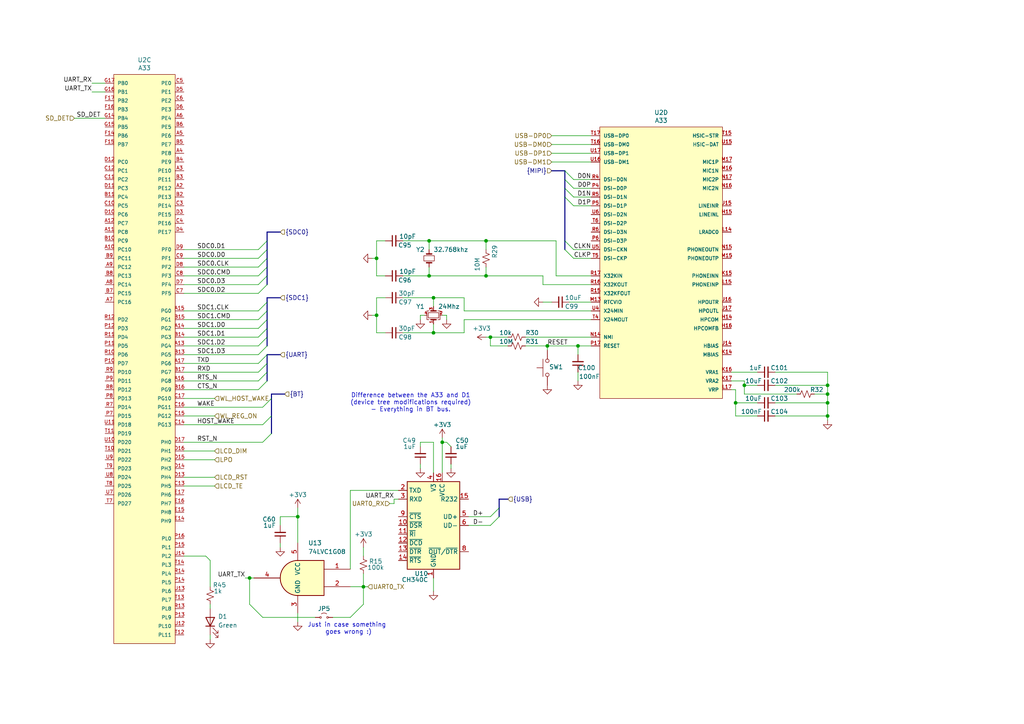
<source format=kicad_sch>
(kicad_sch (version 20231120) (generator "eeschema") (generator_version "8.0")
  (paper "A4")
  (title_block (title "Wifi Wart NFF") (rev "R0.1") (company "Interrupt Labs"))
  (bus_alias "SDC0" (members "SDC0.D[3..0]" "SDC0.CLK" "SDC0.CMD"))
  (bus_alias "USB" (members "D+" "D-"))
  (junction (at 215.9 111.76))
  (junction (at 124.46 80.01))
  (junction (at 72.39 167.64))
  (junction (at 240.03 116.84))
  (junction (at 158.75 100.33))
  (junction (at 128.27 128.27))
  (junction (at 105.41 170.18))
  (junction (at 125.73 96.52))
  (junction (at 125.73 86.36))
  (junction (at 109.22 74.93))
  (junction (at 140.97 80.01))
  (junction (at 213.36 116.84))
  (junction (at 109.22 91.44))
  (junction (at 167.64 100.33))
  (junction (at 240.03 111.76))
  (junction (at 240.03 120.65))
  (junction (at 142.24 97.79))
  (junction (at 240.03 114.3))
  (junction (at 124.46 69.85))
  (junction (at 140.97 69.85))
  (junction (at 86.36 149.86))
  (bus_entry (at 77.47 69.85) (size -2.54 2.54))
  (bus_entry (at 77.47 107.95) (size -2.54 2.54))
  (bus_entry (at 78.74 120.65) (size -2.54 2.54))
  (bus_entry (at 74.93 77.47) (size 2.54 -2.54))
  (bus_entry (at 163.83 57.15) (size 2.54 2.54))
  (bus_entry (at 77.47 92.71) (size -2.54 2.54))
  (bus_entry (at 77.47 105.41) (size -2.54 2.54))
  (bus_entry (at 77.47 102.87) (size -2.54 2.54))
  (bus_entry (at 144.78 149.86) (size -2.54 2.54))
  (bus_entry (at 74.93 80.01) (size 2.54 -2.54))
  (bus_entry (at 163.83 72.39) (size 2.54 2.54))
  (bus_entry (at 77.47 80.01) (size -2.54 2.54))
  (bus_entry (at 77.47 72.39) (size -2.54 2.54))
  (bus_entry (at 77.47 87.63) (size -2.54 2.54))
  (bus_entry (at 78.74 125.73) (size -2.54 2.54))
  (bus_entry (at 77.47 95.25) (size -2.54 2.54))
  (bus_entry (at 144.78 147.32) (size -2.54 2.54))
  (bus_entry (at 163.83 49.53) (size 2.54 2.54))
  (bus_entry (at 77.47 110.49) (size -2.54 2.54))
  (bus_entry (at 163.83 69.85) (size 2.54 2.54))
  (bus_entry (at 77.47 90.17) (size -2.54 2.54))
  (bus_entry (at 77.47 100.33) (size -2.54 2.54))
  (bus_entry (at 77.47 97.79) (size -2.54 2.54))
  (bus_entry (at 78.74 115.57) (size -2.54 2.54))
  (bus_entry (at 77.47 82.55) (size -2.54 2.54))
  (bus_entry (at 163.83 52.07) (size 2.54 2.54))
  (bus_entry (at 163.83 54.61) (size 2.54 2.54))
  (bus (pts (xy 144.78 144.78) (xy 144.78 147.32)))
  (wire (pts (xy 76.2 128.27) (xy 53.34 128.27)))
  (wire (pts (xy 74.93 97.79) (xy 53.34 97.79)))
  (wire (pts (xy 53.34 118.11) (xy 76.2 118.11)))
  (wire (pts (xy 109.22 96.52) (xy 109.22 91.44)))
  (wire (pts (xy 166.37 74.93) (xy 171.45 74.93)))
  (wire (pts (xy 135.89 149.86) (xy 142.24 149.86)))
  (wire (pts (xy 105.41 170.18) (xy 105.41 175.26)))
  (bus (pts (xy 77.47 69.85) (xy 77.47 72.39)))
  (bus (pts (xy 81.28 102.87) (xy 77.47 102.87)))
  (wire (pts (xy 215.9 110.49) (xy 215.9 111.76)))
  (wire (pts (xy 171.45 87.63) (xy 165.1 87.63)))
  (wire (pts (xy 109.22 80.01) (xy 109.22 74.93)))
  (wire (pts (xy 26.67 26.67) (xy 30.48 26.67)))
  (wire (pts (xy 240.03 111.76) (xy 240.03 114.3)))
  (bus (pts (xy 147.32 144.78) (xy 144.78 144.78)))
  (wire (pts (xy 129.54 92.71) (xy 129.54 91.44)))
  (bus (pts (xy 77.47 97.79) (xy 77.47 100.33)))
  (wire (pts (xy 53.34 105.41) (xy 74.93 105.41)))
  (wire (pts (xy 135.89 152.4) (xy 142.24 152.4)))
  (wire (pts (xy 62.23 120.65) (xy 53.34 120.65)))
  (wire (pts (xy 240.03 116.84) (xy 240.03 120.65)))
  (wire (pts (xy 109.22 91.44) (xy 107.95 91.44)))
  (wire (pts (xy 111.76 86.36) (xy 109.22 86.36)))
  (wire (pts (xy 140.97 77.47) (xy 140.97 80.01)))
  (wire (pts (xy 152.4 100.33) (xy 158.75 100.33)))
  (wire (pts (xy 74.93 102.87) (xy 53.34 102.87)))
  (wire (pts (xy 157.48 82.55) (xy 171.45 82.55)))
  (wire (pts (xy 161.29 80.01) (xy 161.29 69.85)))
  (wire (pts (xy 113.03 146.05) (xy 114.3 146.05)))
  (wire (pts (xy 59.69 161.29) (xy 60.96 162.56)))
  (wire (pts (xy 128.27 128.27) (xy 128.27 137.16)))
  (wire (pts (xy 109.22 69.85) (xy 109.22 74.93)))
  (wire (pts (xy 53.34 123.19) (xy 76.2 123.19)))
  (wire (pts (xy 124.46 80.01) (xy 140.97 80.01)))
  (wire (pts (xy 62.23 140.97) (xy 53.34 140.97)))
  (wire (pts (xy 140.97 72.39) (xy 140.97 69.85)))
  (wire (pts (xy 81.28 149.86) (xy 86.36 149.86)))
  (wire (pts (xy 160.02 87.63) (xy 157.48 87.63)))
  (wire (pts (xy 101.6 170.18) (xy 105.41 170.18)))
  (wire (pts (xy 116.84 86.36) (xy 125.73 86.36)))
  (bus (pts (xy 77.47 105.41) (xy 77.47 107.95)))
  (wire (pts (xy 160.02 41.91) (xy 171.45 41.91)))
  (wire (pts (xy 142.24 97.79) (xy 142.24 100.33)))
  (wire (pts (xy 121.92 128.27) (xy 121.92 129.54)))
  (wire (pts (xy 158.75 100.33) (xy 158.75 101.6)))
  (wire (pts (xy 72.39 167.64) (xy 73.66 167.64)))
  (wire (pts (xy 74.93 92.71) (xy 53.34 92.71)))
  (wire (pts (xy 125.73 86.36) (xy 125.73 88.9)))
  (wire (pts (xy 124.46 80.01) (xy 116.84 80.01)))
  (bus (pts (xy 163.83 52.07) (xy 163.83 54.61)))
  (bus (pts (xy 144.78 147.32) (xy 144.78 149.86)))
  (wire (pts (xy 109.22 74.93) (xy 107.95 74.93)))
  (wire (pts (xy 101.6 179.07) (xy 105.41 175.26)))
  (wire (pts (xy 236.22 114.3) (xy 240.03 114.3)))
  (wire (pts (xy 81.28 158.75) (xy 81.28 157.48)))
  (wire (pts (xy 166.37 59.69) (xy 171.45 59.69)))
  (wire (pts (xy 74.93 100.33) (xy 53.34 100.33)))
  (wire (pts (xy 142.24 97.79) (xy 140.97 97.79)))
  (wire (pts (xy 123.19 91.44) (xy 121.92 91.44)))
  (wire (pts (xy 60.96 176.53) (xy 60.96 175.26)))
  (wire (pts (xy 60.96 185.42) (xy 60.96 184.15)))
  (wire (pts (xy 53.34 115.57) (xy 62.23 115.57)))
  (bus (pts (xy 77.47 67.31) (xy 77.47 69.85)))
  (wire (pts (xy 224.79 107.95) (xy 240.03 107.95)))
  (wire (pts (xy 124.46 69.85) (xy 140.97 69.85)))
  (wire (pts (xy 128.27 127) (xy 128.27 128.27)))
  (wire (pts (xy 114.3 144.78) (xy 115.57 144.78)))
  (wire (pts (xy 53.34 80.01) (xy 74.93 80.01)))
  (wire (pts (xy 53.34 107.95) (xy 74.93 107.95)))
  (bus (pts (xy 163.83 49.53) (xy 163.83 52.07)))
  (wire (pts (xy 240.03 114.3) (xy 240.03 116.84)))
  (wire (pts (xy 116.84 96.52) (xy 125.73 96.52)))
  (wire (pts (xy 124.46 77.47) (xy 124.46 80.01)))
  (bus (pts (xy 163.83 69.85) (xy 163.83 72.39)))
  (wire (pts (xy 111.76 69.85) (xy 109.22 69.85)))
  (wire (pts (xy 213.36 120.65) (xy 213.36 116.84)))
  (wire (pts (xy 134.62 96.52) (xy 134.62 92.71)))
  (wire (pts (xy 166.37 72.39) (xy 171.45 72.39)))
  (wire (pts (xy 53.34 82.55) (xy 74.93 82.55)))
  (wire (pts (xy 62.23 138.43) (xy 53.34 138.43)))
  (wire (pts (xy 134.62 90.17) (xy 171.45 90.17)))
  (wire (pts (xy 106.68 170.18) (xy 105.41 170.18)))
  (bus (pts (xy 77.47 90.17) (xy 77.47 92.71)))
  (wire (pts (xy 86.36 147.32) (xy 86.36 149.86)))
  (wire (pts (xy 91.44 179.07) (xy 76.2 179.07)))
  (wire (pts (xy 130.81 134.62) (xy 130.81 135.89)))
  (wire (pts (xy 140.97 69.85) (xy 161.29 69.85)))
  (bus (pts (xy 163.83 54.61) (xy 163.83 57.15)))
  (wire (pts (xy 101.6 142.24) (xy 115.57 142.24)))
  (wire (pts (xy 167.64 110.49) (xy 167.64 107.95)))
  (wire (pts (xy 74.93 90.17) (xy 53.34 90.17)))
  (wire (pts (xy 86.36 180.34) (xy 86.36 177.8)))
  (wire (pts (xy 101.6 142.24) (xy 101.6 165.1)))
  (wire (pts (xy 53.34 85.09) (xy 74.93 85.09)))
  (bus (pts (xy 163.83 57.15) (xy 163.83 69.85)))
  (bus (pts (xy 81.28 86.36) (xy 77.47 86.36)))
  (wire (pts (xy 240.03 107.95) (xy 240.03 111.76)))
  (wire (pts (xy 215.9 114.3) (xy 215.9 111.76)))
  (wire (pts (xy 171.45 80.01) (xy 161.29 80.01)))
  (wire (pts (xy 121.92 128.27) (xy 125.73 128.27)))
  (wire (pts (xy 140.97 80.01) (xy 157.48 80.01)))
  (wire (pts (xy 53.34 110.49) (xy 74.93 110.49)))
  (wire (pts (xy 213.36 116.84) (xy 219.71 116.84)))
  (wire (pts (xy 124.46 69.85) (xy 124.46 72.39)))
  (wire (pts (xy 128.27 91.44) (xy 129.54 91.44)))
  (wire (pts (xy 212.09 110.49) (xy 215.9 110.49)))
  (bus (pts (xy 160.02 49.53) (xy 163.83 49.53)))
  (wire (pts (xy 171.45 97.79) (xy 152.4 97.79)))
  (wire (pts (xy 215.9 111.76) (xy 219.71 111.76)))
  (wire (pts (xy 53.34 72.39) (xy 74.93 72.39)))
  (wire (pts (xy 74.93 95.25) (xy 53.34 95.25)))
  (wire (pts (xy 53.34 74.93) (xy 74.93 74.93)))
  (bus (pts (xy 77.47 95.25) (xy 77.47 97.79)))
  (wire (pts (xy 240.03 120.65) (xy 240.03 121.92)))
  (wire (pts (xy 224.79 120.65) (xy 240.03 120.65)))
  (wire (pts (xy 125.73 128.27) (xy 125.73 137.16)))
  (wire (pts (xy 231.14 114.3) (xy 215.9 114.3)))
  (wire (pts (xy 160.02 44.45) (xy 171.45 44.45)))
  (bus (pts (xy 77.47 77.47) (xy 77.47 80.01)))
  (bus (pts (xy 77.47 87.63) (xy 77.47 90.17)))
  (bus (pts (xy 77.47 107.95) (xy 77.47 110.49)))
  (wire (pts (xy 219.71 107.95) (xy 212.09 107.95)))
  (wire (pts (xy 167.64 100.33) (xy 171.45 100.33)))
  (wire (pts (xy 219.71 120.65) (xy 213.36 120.65)))
  (wire (pts (xy 134.62 86.36) (xy 125.73 86.36)))
  (bus (pts (xy 81.28 67.31) (xy 77.47 67.31)))
  (wire (pts (xy 125.73 167.64) (xy 125.73 171.45)))
  (wire (pts (xy 53.34 133.35) (xy 62.23 133.35)))
  (wire (pts (xy 53.34 130.81) (xy 62.23 130.81)))
  (wire (pts (xy 160.02 46.99) (xy 171.45 46.99)))
  (wire (pts (xy 81.28 149.86) (xy 81.28 152.4)))
  (wire (pts (xy 166.37 54.61) (xy 171.45 54.61)))
  (wire (pts (xy 167.64 102.87) (xy 167.64 100.33)))
  (wire (pts (xy 129.54 128.27) (xy 130.81 129.54)))
  (wire (pts (xy 86.36 149.86) (xy 86.36 157.48)))
  (wire (pts (xy 96.52 179.07) (xy 101.6 179.07)))
  (wire (pts (xy 224.79 116.84) (xy 240.03 116.84)))
  (bus (pts (xy 77.47 74.93) (xy 77.47 77.47)))
  (wire (pts (xy 125.73 96.52) (xy 134.62 96.52)))
  (wire (pts (xy 158.75 100.33) (xy 167.64 100.33)))
  (wire (pts (xy 134.62 92.71) (xy 171.45 92.71)))
  (wire (pts (xy 157.48 82.55) (xy 157.48 80.01)))
  (wire (pts (xy 142.24 100.33) (xy 147.32 100.33)))
  (wire (pts (xy 72.39 167.64) (xy 72.39 175.26)))
  (wire (pts (xy 111.76 80.01) (xy 109.22 80.01)))
  (bus (pts (xy 82.55 114.3) (xy 78.74 114.3)))
  (bus (pts (xy 78.74 115.57) (xy 78.74 120.65)))
  (wire (pts (xy 114.3 146.05) (xy 114.3 144.78)))
  (wire (pts (xy 212.09 113.03) (xy 213.36 113.03)))
  (wire (pts (xy 125.73 96.52) (xy 125.73 93.98)))
  (bus (pts (xy 77.47 86.36) (xy 77.47 87.63)))
  (wire (pts (xy 128.27 128.27) (xy 129.54 128.27)))
  (wire (pts (xy 134.62 86.36) (xy 134.62 90.17)))
  (wire (pts (xy 105.41 158.75) (xy 105.41 161.29)))
  (wire (pts (xy 147.32 97.79) (xy 142.24 97.79)))
  (bus (pts (xy 77.47 92.71) (xy 77.47 95.25)))
  (wire (pts (xy 21.59 34.29) (xy 30.48 34.29)))
  (wire (pts (xy 76.2 179.07) (xy 72.39 175.26)))
  (bus (pts (xy 78.74 120.65) (xy 78.74 125.73)))
  (wire (pts (xy 160.02 39.37) (xy 171.45 39.37)))
  (bus (pts (xy 77.47 102.87) (xy 77.47 105.41)))
  (wire (pts (xy 53.34 77.47) (xy 74.93 77.47)))
  (wire (pts (xy 224.79 111.76) (xy 240.03 111.76)))
  (wire (pts (xy 166.37 57.15) (xy 171.45 57.15)))
  (wire (pts (xy 109.22 86.36) (xy 109.22 91.44)))
  (wire (pts (xy 26.67 24.13) (xy 30.48 24.13)))
  (bus (pts (xy 77.47 72.39) (xy 77.47 74.93)))
  (wire (pts (xy 166.37 52.07) (xy 171.45 52.07)))
  (wire (pts (xy 74.93 113.03) (xy 53.34 113.03)))
  (wire (pts (xy 111.76 96.52) (xy 109.22 96.52)))
  (wire (pts (xy 71.12 167.64) (xy 72.39 167.64)))
  (wire (pts (xy 60.96 162.56) (xy 60.96 170.18)))
  (bus (pts (xy 78.74 114.3) (xy 78.74 115.57)))
  (wire (pts (xy 121.92 91.44) (xy 121.92 92.71)))
  (wire (pts (xy 53.34 161.29) (xy 59.69 161.29)))
  (wire (pts (xy 116.84 69.85) (xy 124.46 69.85)))
  (wire (pts (xy 105.41 166.37) (xy 105.41 170.18)))
  (bus (pts (xy 77.47 80.01) (xy 77.47 82.55)))
  (wire (pts (xy 121.92 135.89) (xy 121.92 134.62)))
  (wire (pts (xy 213.36 113.03) (xy 213.36 116.84)))
  (text "Just in case something \ngoes wrong :)" (at 101.092 182.372 0) (effects (font (size 1.27 1.27))))
  (text "Difference between the A33 and D1\n(device tree modifications required)\n- Everything in BT bus." (at 119.126 116.84 0) (effects (font (size 1.27 1.27))))
  (label "SDC1.D3" (at 57.15 102.87 0))
  (label "RTS_N" (at 57.15 110.49 0))
  (label "SDC0.D1" (at 57.15 72.39 0))
  (label "RESET" (at 158.75 100.33 0))
  (label "SDC1.CMD" (at 57.15 92.71 0))
  (label "UART_TX" (at 26.67 26.67 180))
  (label "TXD" (at 57.15 105.41 0))
  (label "D+" (at 137.16 149.86 0))
  (label "SDC0.CMD" (at 57.15 80.01 0))
  (label "RST_N" (at 57.15 128.27 0))
  (label "UART_RX" (at 26.67 24.13 180))
  (label "D0P" (at 171.45 54.61 180))
  (label "SDC0.D2" (at 57.15 85.09 0))
  (label "SDC0.D0" (at 57.15 74.93 0))
  (label "SDC1.CLK" (at 57.15 90.17 0))
  (label "SDC1.D1" (at 57.15 97.79 0))
  (label "HOST_WAKE" (at 57.15 123.19 0))
  (label "D1N" (at 171.45 57.15 180))
  (label "RXD" (at 57.15 107.95 0))
  (label "SD_DET" (at 29.21 34.29 180))
  (label "D0N" (at 171.45 52.07 180))
  (label "SDC1.D2" (at 57.15 100.33 0))
  (label "SDC0.CLK" (at 57.15 77.47 0))
  (label "SDC1.D0" (at 57.15 95.25 0))
  (label "CLKN" (at 171.45 72.39 180))
  (label "WAKE" (at 57.15 118.11 0))
  (label "D1P" (at 171.45 59.69 180))
  (label "UART_RX" (at 114.3 144.78 180))
  (label "SDC0.D3" (at 57.15 82.55 0))
  (label "CTS_N" (at 57.15 113.03 0))
  (label "CLKP" (at 171.45 74.93 180))
  (label "UART_TX" (at 71.12 167.64 180))
  (label "D-" (at 137.16 152.4 0))
  (hierarchical_label "LCD_TE" (shape input) (at 62.23 140.97 0))
  (hierarchical_label "UART0_TX" (shape input) (at 106.68 170.18 0))
  (hierarchical_label "SD_DET" (shape input) (at 21.59 34.29 180))
  (hierarchical_label "USB-DM1" (shape input) (at 160.02 46.99 180))
  (hierarchical_label "WL_HOST_WAKE" (shape input) (at 62.23 115.57 0))
  (hierarchical_label "{BT}" (shape input) (at 82.55 114.3 0))
  (hierarchical_label "LCD_DIM" (shape input) (at 62.23 130.81 0))
  (hierarchical_label "USB-DP0" (shape input) (at 160.02 39.37 180))
  (hierarchical_label "{UART}" (shape input) (at 81.28 102.87 0))
  (hierarchical_label "LCD_RST" (shape input) (at 62.23 138.43 0))
  (hierarchical_label "USB-DP1" (shape input) (at 160.02 44.45 180))
  (hierarchical_label "{MIPI}" (shape input) (at 160.02 49.53 180))
  (hierarchical_label "USB-DM0" (shape input) (at 160.02 41.91 180))
  (hierarchical_label "{SDC1}" (shape input) (at 81.28 86.36 0))
  (hierarchical_label "UART0_RX" (shape input) (at 113.03 146.05 180))
  (hierarchical_label "{SDC0}" (shape input) (at 81.28 67.31 0))
  (hierarchical_label "WL_REG_ON" (shape input) (at 62.23 120.65 0))
  (hierarchical_label "LPO" (shape input) (at 62.23 133.35 0))
  (hierarchical_label "{USB}" (shape input) (at 147.32 144.78 0))
  (symbol (lib_id "Allwinner_A33:A33") (at 27.94 24.13 0) (unit 3)
    (property "Reference" "U2" (at 41.91 17.399 0))
    (property "Value" "A33" (at 41.91 19.7104 0))
    (property "Footprint" "A33_FP:Allwinner_Technology_Co.,_Ltd.-A33-0" (effects (hide yes)))
    (property "MPN" "\"Allwinner A33\" or \"Allwinner R16\"" (effects (hide yes)))
  )
  (symbol (lib_id "hardware-rescue:+3V3-power") (at 140.97 97.79 90) (unit 1)
    (property "Reference" "#PWR075" (effects (hide yes)))
    (property "Value" "+3V3" (at 139.7 95.25 90))
  )
  (symbol (lib_id "Device:R_Small_US") (at 149.86 97.79 270) (unit 1)
    (property "Reference" "R30" (at 152.4 96.52 90) (effects (justify left)))
    (property "Value" "10k" (at 144.78 96.52 90) (effects (justify left)))
    (property "Footprint" "Resistor_SMD:R_0402_1005Metric" (effects (hide yes)))
    (property "MPN" "RC0402JR-0710KL" (effects (hide yes)))
  )
  (symbol (lib_id "Device:R_Small_US") (at 149.86 100.33 270) (unit 1)
    (property "Reference" "R31" (at 152.4 99.06 90) (effects (justify left)))
    (property "Value" "10M" (at 144.78 99.06 90) (effects (justify left)))
    (property "Footprint" "Resistor_SMD:R_0402_1005Metric" (effects (hide yes)))
    (property "MPN" "0402WGJ0106TCE" (effects (hide yes)))
  )
  (symbol (lib_id "Device:C_Small") (at 167.64 105.41 180) (unit 1)
    (property "Reference" "C100" (at 172.72 106.68 0) (effects (justify left)))
    (property "Value" "100nF" (at 173.99 109.22 0) (effects (justify left)))
    (property "Footprint" "Capacitor_SMD:C_0402_1005Metric" (effects (hide yes)))
    (property "MPN" "CC0402KRX7R7BB104" (effects (hide yes)))
  )
  (symbol (lib_id "hardware-rescue:GND-power") (at 167.64 110.49 0) (unit 1)
    (property "Reference" "#PWR076" (effects (hide yes)))
    (property "Value" "GND" (effects (hide yes)))
  )
  (symbol (lib_id "Device:Crystal_GND24_Small") (at 125.73 91.44 90) (unit 1)
    (property "Reference" "Y1" (at 123.19 88.9 90) (effects (justify left)))
    (property "Value" "24Mhz" (at 133.35 88.9 90) (effects (justify left)))
    (property "Footprint" "Crystal:Crystal_SMD_Abracon_ABM8G-4Pin_3.2x2.5mm" (effects (hide yes)))
    (property "MPN" "ABM8G-24.000MHZ-18-D2Y-T" (effects (hide yes)))
  )
  (symbol (lib_id "hardware-rescue:GND-power") (at 107.95 91.44 270) (unit 1)
    (property "Reference" "#PWR0107" (effects (hide yes)))
    (property "Value" "GND" (effects (hide yes)))
  )
  (symbol (lib_id "hardware-rescue:GND-power") (at 129.54 92.71 0) (unit 1)
    (property "Reference" "#PWR0108" (effects (hide yes)))
    (property "Value" "GND" (effects (hide yes)))
  )
  (symbol (lib_id "Device:C_Small") (at 222.25 107.95 90) (unit 1)
    (property "Reference" "C101" (at 228.6 106.68 90) (effects (justify left)))
    (property "Value" "1uF" (at 220.98 106.68 90) (effects (justify left)))
    (property "Footprint" "Capacitor_SMD:C_0402_1005Metric" (effects (hide yes)))
    (property "MPN" "CL05A105KO5NNNC" (effects (hide yes)))
  )
  (symbol (lib_id "Device:C_Small") (at 222.25 111.76 90) (unit 1)
    (property "Reference" "C102" (at 228.6 110.49 90) (effects (justify left)))
    (property "Value" "10uF" (at 220.98 110.49 90) (effects (justify left)))
    (property "Footprint" "Capacitor_SMD:C_0402_1005Metric" (effects (hide yes)))
    (property "MPN" "CL05A106MQ5NUNC" (effects (hide yes)))
  )
  (symbol (lib_id "Device:Crystal_Small") (at 124.46 74.93 270) (unit 1)
    (property "Reference" "Y2" (at 120.65 72.39 90) (effects (justify left)))
    (property "Value" "32.768khz" (at 125.73 72.39 90) (effects (justify left)))
    (property "Footprint" "Abracon:Abracon-ABS05-0-0-MFG" (effects (hide yes)))
    (property "MPN" "ABS05-32.768KHZ-9-T" (effects (hide yes)))
  )
  (symbol (lib_id "hardware-rescue:GND-power") (at 240.03 121.92 0) (unit 1)
    (property "Reference" "#PWR077" (effects (hide yes)))
    (property "Value" "GND" (effects (hide yes)))
  )
  (symbol (lib_id "Device:C_Small") (at 222.25 116.84 90) (unit 1)
    (property "Reference" "C103" (at 228.6 115.57 90) (effects (justify left)))
    (property "Value" "10uF" (at 220.98 115.57 90) (effects (justify left)))
    (property "Footprint" "Capacitor_SMD:C_0402_1005Metric" (effects (hide yes)))
    (property "MPN" "CL05A106MQ5NUNC" (effects (hide yes)))
  )
  (symbol (lib_id "Device:C_Small") (at 222.25 120.65 90) (unit 1)
    (property "Reference" "C104" (at 228.6 119.38 90) (effects (justify left)))
    (property "Value" "100nF" (at 220.98 119.38 90) (effects (justify left)))
    (property "Footprint" "Capacitor_SMD:C_0402_1005Metric" (effects (hide yes)))
    (property "MPN" "CC0402KRX7R7BB104" (effects (hide yes)))
  )
  (symbol (lib_id "Device:R_Small_US") (at 233.68 114.3 270) (unit 1)
    (property "Reference" "R32" (at 234.95 113.03 90) (effects (justify left)))
    (property "Value" "200k" (at 227.33 113.03 90) (effects (justify left)))
    (property "Footprint" "Resistor_SMD:R_0402_1005Metric" (effects (hide yes)))
    (property "MPN" "RC0402FR-07200KL" (effects (hide yes)))
  )
  (symbol (lib_id "Device:C_Small") (at 114.3 86.36 270) (unit 1)
    (property "Reference" "C97" (at 115.57 87.63 90) (effects (justify left)))
    (property "Value" "30pF" (at 115.57 85.09 90) (effects (justify left)))
    (property "Footprint" "Capacitor_SMD:C_0402_1005Metric" (effects (hide yes)))
    (property "MPN" "CC0402JRNPO9BN300" (effects (hide yes)))
  )
  (symbol (lib_id "Device:C_Small") (at 114.3 96.52 270) (unit 1)
    (property "Reference" "C98" (at 115.57 97.79 90) (effects (justify left)))
    (property "Value" "30pF" (at 115.57 95.25 90) (effects (justify left)))
    (property "Footprint" "Capacitor_SMD:C_0402_1005Metric" (effects (hide yes)))
    (property "MPN" "CC0402JRNPO9BN300" (effects (hide yes)))
  )
  (symbol (lib_id "Device:C_Small") (at 114.3 80.01 90) (unit 1)
    (property "Reference" "C96" (at 119.38 81.28 90) (effects (justify left)))
    (property "Value" "10pF" (at 120.65 78.74 90) (effects (justify left)))
    (property "Footprint" "Capacitor_SMD:C_0402_1005Metric" (effects (hide yes)))
    (property "MPN" "CC0402JRNPO9BN100" (effects (hide yes)))
  )
  (symbol (lib_id "Device:C_Small") (at 114.3 69.85 90) (unit 1)
    (property "Reference" "C95" (at 119.38 71.12 90) (effects (justify left)))
    (property "Value" "10pF" (at 120.65 68.58 90) (effects (justify left)))
    (property "Footprint" "Capacitor_SMD:C_0402_1005Metric" (effects (hide yes)))
    (property "MPN" "CC0402JRNPO9BN100" (effects (hide yes)))
  )
  (symbol (lib_id "hardware-rescue:GND-power") (at 121.92 92.71 0) (unit 1)
    (property "Reference" "#PWR072" (effects (hide yes)))
    (property "Value" "GND" (effects (hide yes)))
  )
  (symbol (lib_id "hardware-rescue:GND-power") (at 107.95 74.93 270) (unit 1)
    (property "Reference" "#PWR073" (effects (hide yes)))
    (property "Value" "GND" (effects (hide yes)))
  )
  (symbol (lib_id "Device:R_Small_US") (at 140.97 74.93 0) (unit 1)
    (property "Reference" "R29" (at 143.51 74.93 90) (effects (justify left)))
    (property "Value" "10M" (at 138.43 78.74 90) (effects (justify left)))
    (property "Footprint" "Resistor_SMD:R_0402_1005Metric" (effects (hide yes)))
    (property "MPN" "0402WGJ0106TCE" (effects (hide yes)))
  )
  (symbol (lib_id "Allwinner_A33:A33") (at 168.91 39.37 0) (unit 4)
    (property "Reference" "U2" (at 191.77 32.639 0))
    (property "Value" "A33" (at 191.77 34.9504 0))
    (property "Footprint" "A33_FP:Allwinner_Technology_Co.,_Ltd.-A33-0" (effects (hide yes)))
    (property "MPN" "\"Allwinner A33\" or \"Allwinner R16\"" (effects (hide yes)))
  )
  (symbol (lib_id "Device:C_Small") (at 162.56 87.63 270) (unit 1)
    (property "Reference" "C99" (at 163.83 88.9 90) (effects (justify left)))
    (property "Value" "10uF" (at 163.83 86.36 90) (effects (justify left)))
    (property "Footprint" "Capacitor_SMD:C_0402_1005Metric" (effects (hide yes)))
    (property "MPN" "CL05A106MQ5NUNC" (effects (hide yes)))
  )
  (symbol (lib_id "hardware-rescue:GND-power") (at 157.48 87.63 270) (unit 1)
    (property "Reference" "#PWR074" (effects (hide yes)))
    (property "Value" "GND" (effects (hide yes)))
  )
  (symbol (lib_id "hardware-rescue:GND-power") (at 60.96 185.42 0) (mirror y) (unit 1)
    (property "Reference" "#PWR0147" (effects (hide yes)))
    (property "Value" "GND" (effects (hide yes)))
  )
  (symbol (lib_id "Interface_USB:CH340C") (at 125.73 152.4 0) (mirror y) (unit 1)
    (property "Reference" "U10" (at 124.206 166.37 0) (effects (justify left)))
    (property "Value" "CH340C" (at 124.206 168.148 0) (effects (justify left)))
    (property "Footprint" "Package_SO:SOIC-16_3.9x9.9mm_P1.27mm" (effects (hide yes)))
    (property "Datasheet" "https://datasheet.lcsc.com/szlcsc/Jiangsu-Qin-Heng-CH340C_C84681.pdf" (effects (hide yes)))
    (property "Description" "USB serial converter, UART, SOIC-16" (effects (hide yes)))
    (property "MPN" "CH340C" (effects (hide yes)))
  )
  (symbol (lib_id "74xGxx:74LVC1G08") (at 86.36 167.64 0) (mirror y) (unit 1)
    (property "Reference" "U13" (at 89.3765 157.48 0) (effects (justify right)))
    (property "Value" "74LVC1G08" (at 89.3765 160.02 0) (effects (justify right)))
    (property "Footprint" "Package_TO_SOT_SMD:SOT-353_SC-70-5" (effects (hide yes)))
    (property "Datasheet" "https://www.ti.com/lit/ds/symlink/sn74lvc1g08.pdf" (effects (hide yes)))
    (property "Description" "Single AND Gate, Low-Voltage CMOS" (effects (hide yes)))
    (property "MPN" "SN74LVC1G08DCKR" (effects (hide yes)))
  )
  (symbol (lib_id "Jumper:Jumper_2_Small_Open") (at 93.98 179.07 0) (unit 1) (exclude_from_sim yes) (in_bom no)
    (property "Reference" "JP5" (at 93.98 176.53 0))
    (property "Value" "Jumper_2_Small_Open" (effects (hide yes)))
    (property "Footprint" "Jumper:SolderJumper-2_P1.3mm_Open_RoundedPad1.0x1.5mm" (effects (hide yes)))
    (property "Description" "Jumper, 2-pole, small symbol, open" (effects (hide yes)))
  )
  (symbol (lib_id "Device:C_Small") (at 81.28 154.94 180) (unit 1)
    (property "Reference" "C60" (at 80.01 150.622 0) (effects (justify left)))
    (property "Value" "1uF" (at 80.01 152.4 0) (effects (justify left)))
    (property "Footprint" "Capacitor_SMD:C_0402_1005Metric" (effects (hide yes)))
    (property "MPN" "CL05A105KO5NNNC" (effects (hide yes)))
  )
  (symbol (lib_id "Device:R_Small_US") (at 105.41 163.83 180) (unit 1)
    (property "Reference" "R15" (at 108.966 162.814 0))
    (property "Value" "100k" (at 108.966 164.592 0))
    (property "Footprint" "Resistor_SMD:R_0402_1005Metric" (effects (hide yes)))
    (property "MPN" "RC0402FR-13100KL" (effects (hide yes)))
  )
  (symbol (lib_id "power:+3V3") (at 128.27 127 0) (unit 1)
    (property "Reference" "#PWR0110" (effects (hide yes)))
    (property "Value" "+3V3" (at 128.27 123.19 0))
  )
  (symbol (lib_id "Device:C_Small") (at 130.81 132.08 0) (mirror x) (unit 1)
    (property "Reference" "C50" (at 132.08 127.762 0) (effects (justify left)))
    (property "Value" "1uF" (at 132.08 129.54 0) (effects (justify left)))
    (property "Footprint" "Capacitor_SMD:C_0402_1005Metric" (effects (hide yes)))
    (property "MPN" "CL05A105KO5NNNC" (effects (hide yes)))
  )
  (symbol (lib_id "Switch:SW_Push") (at 158.75 106.68 90) (unit 1)
    (property "Reference" "SW1" (at 159.258 106.426 90) (effects (justify right)))
    (property "Value" "SW_Push" (effects (hide yes)))
    (property "Footprint" "Button_Switch_SMD:SW_SPST_TL3305A" (effects (hide yes)))
    (property "Description" "Push button switch, generic, two pins" (effects (hide yes)))
    (property "MPN" "TL3305AF260QG" (effects (hide yes)))
  )
  (symbol (lib_id "hardware-rescue:GND-power") (at 86.36 180.34 0) (mirror y) (unit 1)
    (property "Reference" "#PWR0138" (effects (hide yes)))
    (property "Value" "GND" (effects (hide yes)))
  )
  (symbol (lib_id "hardware-rescue:GND-power") (at 121.92 135.89 0) (mirror y) (unit 1)
    (property "Reference" "#PWR090" (effects (hide yes)))
    (property "Value" "GND" (effects (hide yes)))
  )
  (symbol (lib_id "Device:R_Small_US") (at 60.96 172.72 0) (unit 1)
    (property "Reference" "R45" (at 61.722 169.672 0) (effects (justify left)))
    (property "Value" "1k" (at 61.976 171.45 0) (effects (justify left)))
    (property "Footprint" "Resistor_SMD:R_0402_1005Metric" (effects (hide yes)))
    (property "MPN" "RC0402JR-071KL" (effects (hide yes)))
  )
  (symbol (lib_id "Device:LED") (at 60.96 180.34 90) (unit 1)
    (property "Reference" "D1" (at 63.246 178.816 90) (effects (justify right)))
    (property "Value" "Green" (at 63.246 181.356 90) (effects (justify right)))
    (property "Footprint" "LED_SMD:LED_0603_1608Metric" (effects (hide yes)))
    (property "Description" "Light emitting diode" (effects (hide yes)))
    (property "MPN" "LTST-C193TGKT-5A" (effects (hide yes)))
  )
  (symbol (lib_id "hardware-rescue:GND-power") (at 130.81 135.89 0) (mirror y) (unit 1)
    (property "Reference" "#PWR0111" (effects (hide yes)))
    (property "Value" "GND" (effects (hide yes)))
  )
  (symbol (lib_id "power:+3V3") (at 105.41 158.75 0) (unit 1)
    (property "Reference" "#PWR0148" (effects (hide yes)))
    (property "Value" "+3V3" (at 105.41 154.94 0))
  )
  (symbol (lib_id "hardware-rescue:GND-power") (at 81.28 158.75 0) (mirror y) (unit 1)
    (property "Reference" "#PWR0139" (effects (hide yes)))
    (property "Value" "GND" (effects (hide yes)))
  )
  (symbol (lib_id "power:+3V3") (at 86.36 147.32 0) (unit 1)
    (property "Reference" "#PWR0137" (effects (hide yes)))
    (property "Value" "+3V3" (at 86.36 143.51 0))
  )
  (symbol (lib_id "Device:C_Small") (at 121.92 132.08 180) (unit 1)
    (property "Reference" "C49" (at 120.65 127.762 0) (effects (justify left)))
    (property "Value" "1uF" (at 120.65 129.54 0) (effects (justify left)))
    (property "Footprint" "Capacitor_SMD:C_0402_1005Metric" (effects (hide yes)))
    (property "MPN" "CL05A105KO5NNNC" (effects (hide yes)))
  )
  (symbol (lib_id "hardware-rescue:GND-power") (at 125.73 171.45 0) (mirror y) (unit 1)
    (property "Reference" "#PWR088" (effects (hide yes)))
    (property "Value" "GND" (effects (hide yes)))
  )
  (symbol (lib_id "hardware-rescue:GND-power") (at 158.75 111.76 0) (unit 1)
    (property "Reference" "#PWR0142" (effects (hide yes)))
    (property "Value" "GND" (effects (hide yes)))
  )
)
</source>
